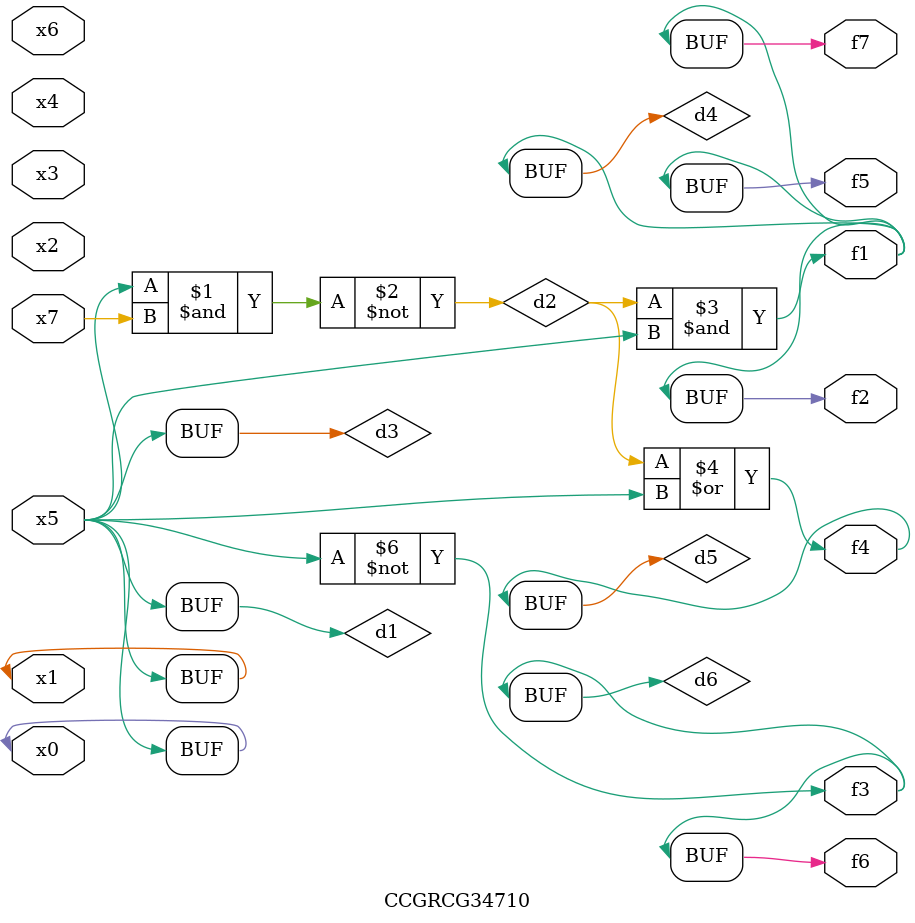
<source format=v>
module CCGRCG34710(
	input x0, x1, x2, x3, x4, x5, x6, x7,
	output f1, f2, f3, f4, f5, f6, f7
);

	wire d1, d2, d3, d4, d5, d6;

	buf (d1, x0, x5);
	nand (d2, x5, x7);
	buf (d3, x0, x1);
	and (d4, d2, d3);
	or (d5, d2, d3);
	nor (d6, d1, d3);
	assign f1 = d4;
	assign f2 = d4;
	assign f3 = d6;
	assign f4 = d5;
	assign f5 = d4;
	assign f6 = d6;
	assign f7 = d4;
endmodule

</source>
